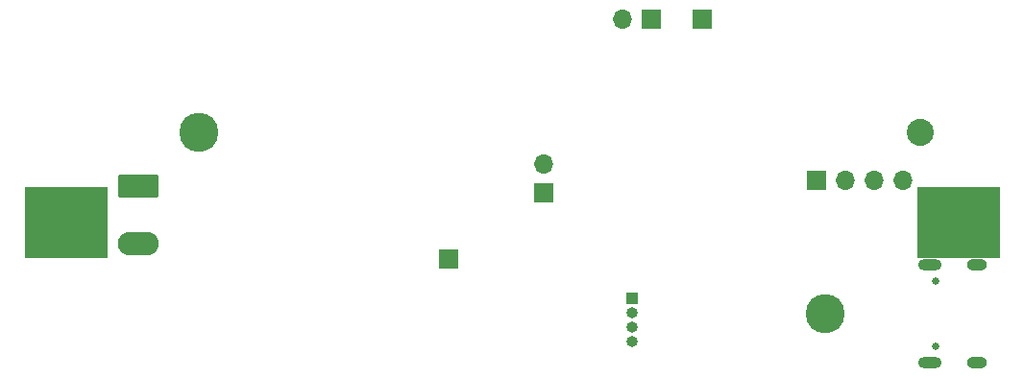
<source format=gbr>
%TF.GenerationSoftware,KiCad,Pcbnew,8.0.0*%
%TF.CreationDate,2024-06-13T14:54:28-05:00*%
%TF.ProjectId,SolarCheap,536f6c61-7243-4686-9561-702e6b696361,rev?*%
%TF.SameCoordinates,Original*%
%TF.FileFunction,Soldermask,Bot*%
%TF.FilePolarity,Negative*%
%FSLAX46Y46*%
G04 Gerber Fmt 4.6, Leading zero omitted, Abs format (unit mm)*
G04 Created by KiCad (PCBNEW 8.0.0) date 2024-06-13 14:54:28*
%MOMM*%
%LPD*%
G01*
G04 APERTURE LIST*
G04 Aperture macros list*
%AMRoundRect*
0 Rectangle with rounded corners*
0 $1 Rounding radius*
0 $2 $3 $4 $5 $6 $7 $8 $9 X,Y pos of 4 corners*
0 Add a 4 corners polygon primitive as box body*
4,1,4,$2,$3,$4,$5,$6,$7,$8,$9,$2,$3,0*
0 Add four circle primitives for the rounded corners*
1,1,$1+$1,$2,$3*
1,1,$1+$1,$4,$5*
1,1,$1+$1,$6,$7*
1,1,$1+$1,$8,$9*
0 Add four rect primitives between the rounded corners*
20,1,$1+$1,$2,$3,$4,$5,0*
20,1,$1+$1,$4,$5,$6,$7,0*
20,1,$1+$1,$6,$7,$8,$9,0*
20,1,$1+$1,$8,$9,$2,$3,0*%
G04 Aperture macros list end*
%ADD10R,1.700000X1.700000*%
%ADD11O,1.700000X1.700000*%
%ADD12C,0.650000*%
%ADD13O,2.100000X1.000000*%
%ADD14O,1.800000X1.000000*%
%ADD15RoundRect,0.249999X-1.550001X0.790001X-1.550001X-0.790001X1.550001X-0.790001X1.550001X0.790001X0*%
%ADD16O,3.600000X2.080000*%
%ADD17R,1.000000X1.000000*%
%ADD18O,1.000000X1.000000*%
%ADD19C,2.390000*%
%ADD20C,3.450000*%
%ADD21R,7.340000X6.350000*%
G04 APERTURE END LIST*
D10*
%TO.C,J5*%
X153200000Y-125875000D03*
D11*
X153200000Y-123335000D03*
%TD*%
D12*
%TO.C,J3*%
X187675000Y-139390000D03*
X187675000Y-133610000D03*
D13*
X187175000Y-140820000D03*
D14*
X191325000Y-140820000D03*
D13*
X187175000Y-132180000D03*
D14*
X191325000Y-132180000D03*
%TD*%
D10*
%TO.C,J2*%
X144800000Y-131700000D03*
%TD*%
%TO.C,J6*%
X162675000Y-110535000D03*
D11*
X160135000Y-110535000D03*
%TD*%
D15*
%TO.C,J1*%
X117477500Y-125260000D03*
D16*
X117477500Y-130340000D03*
%TD*%
D10*
%TO.C,J4*%
X167100000Y-110500000D03*
%TD*%
%TO.C,J7*%
X177200000Y-124720000D03*
D11*
X179740000Y-124720000D03*
X182280000Y-124720000D03*
X184820000Y-124720000D03*
%TD*%
D17*
%TO.C,J8*%
X161000000Y-135190000D03*
D18*
X161000000Y-136460000D03*
X161000000Y-137730000D03*
X161000000Y-139000000D03*
%TD*%
D19*
%TO.C,BT1*%
X186330000Y-120500000D03*
D20*
X178000000Y-136500000D03*
X122800000Y-120500000D03*
D21*
X189730000Y-128500000D03*
X111070000Y-128500000D03*
%TD*%
M02*

</source>
